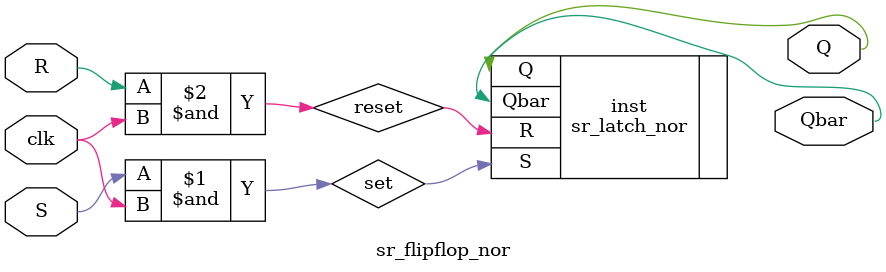
<source format=v>
`timescale 1ns / 1ps

module sr_flipflop_nor(
    input clk,
    input S,
    input R, 
    output Q,
    output Qbar
    );
    
    wire set;
    wire reset;
    
    sr_latch_nor inst(.S(set),.R(reset),.Q(Q),.Qbar(Qbar));
    
    and and3(set, S,clk);
    and and4(reset, R,clk);
    
endmodule

</source>
